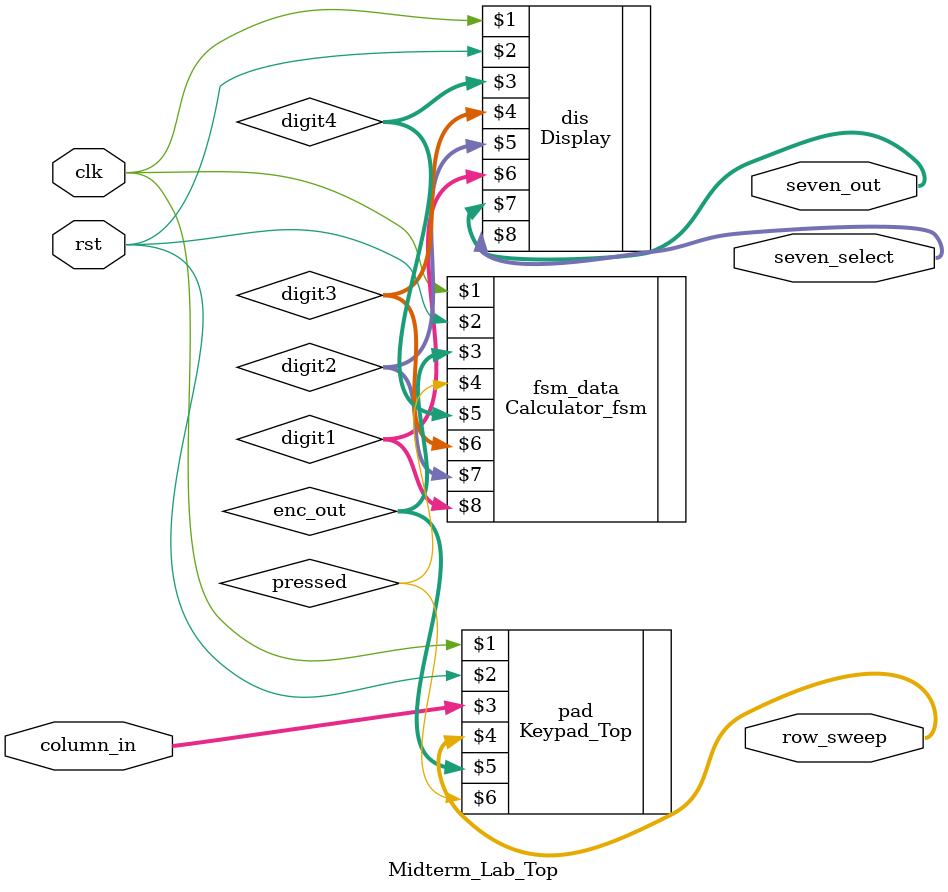
<source format=v>
`include "keypad.v"
`include "fsm.v"
`include "Display.v"
module Midterm_Lab_Top(clk,rst,column_in,row_sweep,seven_out,seven_select);

		input clk,rst;
		input [3:0] column_in;

		output [3:0] row_sweep, seven_select;
		output [6:0] seven_out;
		wire [3:0] digit4,digit3,digit2,digit1;
		
		wire [7:0] enc_out;
		wire pressed;
		Keypad_Top pad(clk,rst, column_in, row_sweep,enc_out,pressed);
		
		
		Calculator_fsm  fsm_data(clk,rst,enc_out,pressed,digit4,digit3,digit2,digit1);
		
		
		Display dis(clk,rst,digit4,digit3,digit2,digit1,seven_out,seven_select);
				
		

endmodule

</source>
